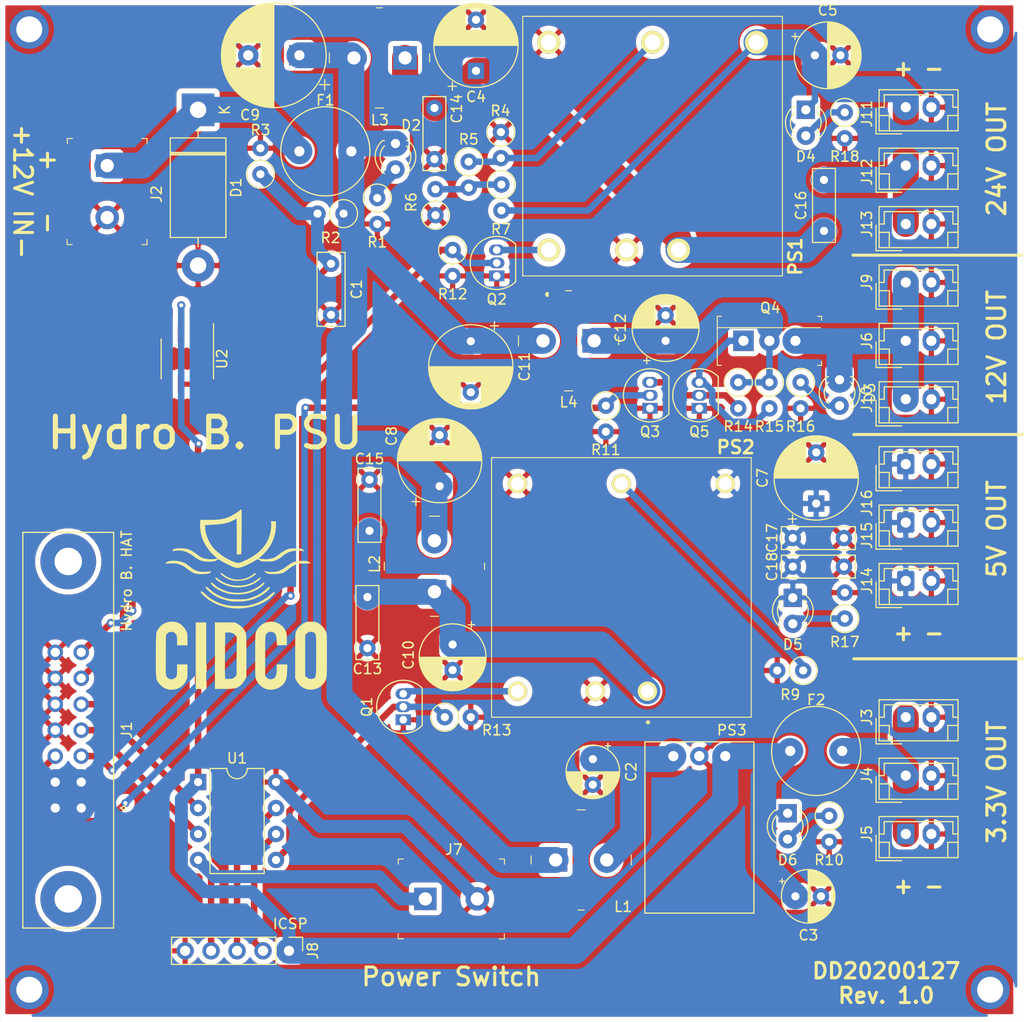
<source format=kicad_pcb>
(kicad_pcb (version 20171130) (host pcbnew "(5.1.5)-3")
  (layers (0 F.Cu signal) (31 B.Cu signal) (34 B.Paste user) (35 F.Paste user) (36 B.SilkS user) (37 F.SilkS user) (38 B.Mask user) (39 F.Mask user) (44 Edge.Cuts user))
  (net 0 "")
  (net 1 "Net-(D1-Pad1)")
  (net 2 GND)
  (net 3 read_sw)
  (net 4 "Net-(C12-Pad1)")
  (net 5 "Net-(Q4-Pad1)")
  (net 6 +12V)
  (net 7 12v_on)
  (net 8 24v_on)
  (net 9 "Net-(PS1-Pad1)")
  (net 10 5v_on)
  (net 11 "Net-(C10-Pad1)")
  (net 12 "Net-(C2-Pad1)")
  (net 13 +3V3)
  (net 14 "Net-(D2-Pad2)")
  (net 15 "Net-(D3-Pad2)")
  (net 16 "Net-(D4-Pad2)")
  (net 17 "Net-(D5-Pad2)")
  (net 18 "Net-(D6-Pad2)")
  (net 19 "Net-(R5-Pad2)")
  (net 20 "Net-(PS1-Pad5)")
  (net 21 "Net-(C1-Pad1)")
  (net 22 SCK)
  (net 23 SDA)
  (net 24 rpi_shutdown)
  (net 25 ICSPCLK)
  (net 26 rpi_pw_ok)
  (net 27 ICSPDAT)
  (net 28 "Net-(C14-Pad1)")
  (net 29 24VOUT)
  (net 30 5VOUT)
  (net 31 12VOUT)
  (net 32 3.3VOUT)
  (net 33 "Net-(PS2-Pad6)")
  (net 34 "Net-(Q3-Pad3)")
  (net 35 "Net-(PS2-Pad4)")
  (module Package_SO:SOIC-8_3.9x4.9mm_P1.27mm (layer F.Cu) (at 38.3166 55.1068 270)
    (fp_text reference U2 (at 0 -3.4 270) (layer F.SilkS))
    (fp_text value MCP3426-xSN)
    (pad 8 smd roundrect (at 2.475 -1.905 270) (size 1.95 0.6) (layers F.Cu F.Paste F.Mask) (net 2 GND))
    (pad 7 smd roundrect (at 2.475 -0.635 270) (size 1.95 0.6) (layers F.Cu F.Paste F.Mask) (net 2 GND))
    (pad 6 smd roundrect (at 2.475 0.635 270) (size 1.95 0.6) (layers F.Cu F.Paste F.Mask) (net 2 GND))
    (pad 5 smd roundrect (at 2.475 1.905 270) (size 1.95 0.6) (layers F.Cu F.Paste F.Mask) (net 22 SCK))
    (pad 4 smd roundrect (at -2.475 1.905 270) (size 1.95 0.6) (layers F.Cu F.Paste F.Mask) (net 23 SDA))
    (pad 3 smd roundrect (at -2.475 0.635 270) (size 1.95 0.6) (layers F.Cu F.Paste F.Mask) (net 13 +3V3))
    (pad 2 smd roundrect (at -2.475 -0.635 270) (size 1.95 0.6) (layers F.Cu F.Paste F.Mask) (net 2 GND))
    (pad 1 smd roundrect (at -2.475 -1.905 270) (size 1.95 0.6) (layers F.Cu F.Paste F.Mask) (net 21 "Net-(C1-Pad1)"))
  )
  (module Connector_PinHeader_2.54mm:PinHeader_1x05_P2.54mm_Vertical (layer F.Cu) (at 48.26 113.03 270)
    (fp_text reference J8 (at 0 -2.33 90) (layer F.SilkS))
    (fp_text value Conn_01x05)
    (pad 5 thru_hole oval (at 0 10.16 270) (size 1.7 1.7) (drill 1) (layers *.Cu *.Mask) (net 2 GND))
    (pad 4 thru_hole oval (at 0 7.62 270) (size 1.7 1.7) (drill 1) (layers *.Cu *.Mask) (net 3 read_sw))
    (pad 3 thru_hole oval (at 0 5.08 270) (size 1.7 1.7) (drill 1) (layers *.Cu *.Mask) (net 27 ICSPDAT))
    (pad 2 thru_hole oval (at 0 2.54 270) (size 1.7 1.7) (drill 1) (layers *.Cu *.Mask) (net 25 ICSPCLK))
    (pad 1 thru_hole rect (at 0 0 270) (size 1.7 1.7) (drill 1) (layers *.Cu *.Mask) (net 13 +3V3))
  )
  (module Resistor_THT:R_Axial_DIN0207_L6.3mm_D2.5mm_P2.54mm_Vertical (layer F.Cu) (at 68.9864 32.9184 270)
    (fp_text reference R4 (at -2.0828 0.0508 180) (layer F.SilkS))
    (fp_text value XX)
    (pad 2 thru_hole oval (at 2.54 0 270) (size 1.6 1.6) (drill 0.8) (layers *.Cu *.Mask) (net 20 "Net-(PS1-Pad5)"))
    (pad 1 thru_hole circle (at 0 0 270) (size 1.6 1.6) (drill 0.8) (layers *.Cu *.Mask) (net 2 GND))
  )
  (module SKMW30G-12:SKMW30G12 (layer F.Cu) (at 83.312 87.63)
    (fp_text reference PS2 (at 8.636 -23.876) (layer F.SilkS) (effects (font (size 1.27 1.27) (thickness 0.254))))
    (fp_text value SKMW30F-05 hide)
    (pad 6 thru_hole circle (at -12.7 0 90) (size 1.9 1.9) (drill 1.3) (layers *.Cu *.Mask F.SilkS) (net 33 "Net-(PS2-Pad6)"))
    (pad 5 thru_hole circle (at -12.7 -20.32 90) (size 1.9 1.9) (drill 1.3) (layers *.Cu *.Mask F.SilkS) (net 2 GND))
    (pad 4 thru_hole circle (at -2.54 -20.32 90) (size 1.9 1.9) (drill 1.3) (layers *.Cu *.Mask F.SilkS) (net 35 "Net-(PS2-Pad4)"))
    (pad 3 thru_hole circle (at 7.62 -20.32 90) (size 1.9 1.9) (drill 1.3) (layers *.Cu *.Mask F.SilkS) (net 30 5VOUT))
    (pad 2 thru_hole circle (at -5.08 0 90) (size 1.9 1.9) (drill 1.3) (layers *.Cu *.Mask F.SilkS) (net 2 GND))
    (pad 1 thru_hole circle (at 0 0 90) (size 1.9 1.9) (drill 1.3) (layers *.Cu *.Mask F.SilkS) (net 11 "Net-(C10-Pad1)"))
  )
  (module Resistor_THT:R_Axial_DIN0207_L6.3mm_D2.5mm_P2.54mm_Vertical (layer F.Cu) (at 102.616 30.988 270)
    (fp_text reference R18 (at 4.318 0 180) (layer F.SilkS))
    (fp_text value 3.9k)
    (pad 2 thru_hole oval (at 2.54 0 270) (size 1.6 1.6) (drill 0.8) (layers *.Cu *.Mask) (net 2 GND))
    (pad 1 thru_hole circle (at 0 0 270) (size 1.6 1.6) (drill 0.8) (layers *.Cu *.Mask) (net 16 "Net-(D4-Pad2)"))
  )
  (module Resistor_THT:R_Axial_DIN0207_L6.3mm_D2.5mm_P2.54mm_Vertical (layer F.Cu) (at 102.616 80.518 90)
    (fp_text reference R17 (at -2.286 0 180) (layer F.SilkS))
    (fp_text value 560)
    (pad 2 thru_hole oval (at 2.54 0 90) (size 1.6 1.6) (drill 0.8) (layers *.Cu *.Mask) (net 2 GND))
    (pad 1 thru_hole circle (at 0 0 90) (size 1.6 1.6) (drill 0.8) (layers *.Cu *.Mask) (net 17 "Net-(D5-Pad2)"))
  )
  (module Resistor_THT:R_Axial_DIN0207_L6.3mm_D2.5mm_P2.54mm_Vertical (layer F.Cu) (at 98.298 57.404 270)
    (fp_text reference R16 (at 4.318 0 180) (layer F.SilkS))
    (fp_text value 2k)
    (pad 2 thru_hole oval (at 2.54 0 270) (size 1.6 1.6) (drill 0.8) (layers *.Cu *.Mask) (net 2 GND))
    (pad 1 thru_hole circle (at 0 0 270) (size 1.6 1.6) (drill 0.8) (layers *.Cu *.Mask) (net 15 "Net-(D3-Pad2)"))
  )
  (module Resistor_THT:R_Axial_DIN0207_L6.3mm_D2.5mm_P2.54mm_Vertical (layer F.Cu) (at 95.25 57.404 270)
    (fp_text reference R15 (at 4.318 0 180) (layer F.SilkS))
    (fp_text value 10k)
    (pad 2 thru_hole oval (at 2.54 0 270) (size 1.6 1.6) (drill 0.8) (layers *.Cu *.Mask) (net 5 "Net-(Q4-Pad1)"))
    (pad 1 thru_hole circle (at 0 0 270) (size 1.6 1.6) (drill 0.8) (layers *.Cu *.Mask) (net 4 "Net-(C12-Pad1)"))
  )
  (module Resistor_THT:R_Axial_DIN0207_L6.3mm_D2.5mm_P2.54mm_Vertical (layer F.Cu) (at 92.202 57.404 270)
    (fp_text reference R14 (at 4.318 0 180) (layer F.SilkS))
    (fp_text value 10k)
    (pad 2 thru_hole oval (at 2.54 0 270) (size 1.6 1.6) (drill 0.8) (layers *.Cu *.Mask) (net 34 "Net-(Q3-Pad3)"))
    (pad 1 thru_hole circle (at 0 0 270) (size 1.6 1.6) (drill 0.8) (layers *.Cu *.Mask) (net 4 "Net-(C12-Pad1)"))
  )
  (module Resistor_THT:R_Axial_DIN0207_L6.3mm_D2.5mm_P2.54mm_Vertical (layer F.Cu) (at 63.5 90.17)
    (fp_text reference R13 (at 5.08 1.27) (layer F.SilkS))
    (fp_text value 1k)
    (pad 2 thru_hole oval (at 2.54 0) (size 1.6 1.6) (drill 0.8) (layers *.Cu *.Mask) (net 2 GND))
    (pad 1 thru_hole circle (at 0 0) (size 1.6 1.6) (drill 0.8) (layers *.Cu *.Mask) (net 10 5v_on))
  )
  (module Resistor_THT:R_Axial_DIN0207_L6.3mm_D2.5mm_P2.54mm_Vertical (layer F.Cu) (at 64.262 44.45 270)
    (fp_text reference R12 (at 4.318 0 180) (layer F.SilkS))
    (fp_text value 1k)
    (pad 2 thru_hole oval (at 2.54 0 270) (size 1.6 1.6) (drill 0.8) (layers *.Cu *.Mask) (net 2 GND))
    (pad 1 thru_hole circle (at 0 0 270) (size 1.6 1.6) (drill 0.8) (layers *.Cu *.Mask) (net 8 24v_on))
  )
  (module Resistor_THT:R_Axial_DIN0207_L6.3mm_D2.5mm_P2.54mm_Vertical (layer F.Cu) (at 79.248 59.69 270)
    (fp_text reference R11 (at 4.318 0 180) (layer F.SilkS))
    (fp_text value 1k)
    (pad 2 thru_hole oval (at 2.54 0 270) (size 1.6 1.6) (drill 0.8) (layers *.Cu *.Mask) (net 2 GND))
    (pad 1 thru_hole circle (at 0 0 270) (size 1.6 1.6) (drill 0.8) (layers *.Cu *.Mask) (net 7 12v_on))
  )
  (module Resistor_THT:R_Axial_DIN0207_L6.3mm_D2.5mm_P2.54mm_Vertical (layer F.Cu) (at 101.092 99.822 270)
    (fp_text reference R10 (at 4.318 0 180) (layer F.SilkS))
    (fp_text value 220)
    (pad 2 thru_hole oval (at 2.54 0 270) (size 1.6 1.6) (drill 0.8) (layers *.Cu *.Mask) (net 2 GND))
    (pad 1 thru_hole circle (at 0 0 270) (size 1.6 1.6) (drill 0.8) (layers *.Cu *.Mask) (net 18 "Net-(D6-Pad2)"))
  )
  (module Resistor_THT:R_Axial_DIN0207_L6.3mm_D2.5mm_P2.54mm_Vertical (layer F.Cu) (at 98.552 85.598 180)
    (fp_text reference R9 (at 1.27 -2.37) (layer F.SilkS))
    (fp_text value xx)
    (pad 2 thru_hole oval (at 2.54 0 180) (size 1.6 1.6) (drill 0.8) (layers *.Cu *.Mask) (net 2 GND))
    (pad 1 thru_hole circle (at 0 0 180) (size 1.6 1.6) (drill 0.8) (layers *.Cu *.Mask) (net 35 "Net-(PS2-Pad4)"))
  )
  (module Resistor_THT:R_Axial_DIN0207_L6.3mm_D2.5mm_P2.54mm_Vertical (layer F.Cu) (at 69.0372 38.0492 270)
    (fp_text reference R7 (at 4.3688 0.0508 180) (layer F.SilkS))
    (fp_text value 24.872K)
    (pad 2 thru_hole oval (at 2.54 0 270) (size 1.6 1.6) (drill 0.8) (layers *.Cu *.Mask) (net 29 24VOUT))
    (pad 1 thru_hole circle (at 0 0 270) (size 1.6 1.6) (drill 0.8) (layers *.Cu *.Mask) (net 19 "Net-(R5-Pad2)"))
  )
  (module Resistor_THT:R_Axial_DIN0207_L6.3mm_D2.5mm_P2.54mm_Vertical (layer F.Cu) (at 62.5856 41.0464 90)
    (fp_text reference R6 (at 1.27 -2.37 90) (layer F.SilkS))
    (fp_text value 2.87K)
    (pad 2 thru_hole oval (at 2.54 0 90) (size 1.6 1.6) (drill 0.8) (layers *.Cu *.Mask) (net 19 "Net-(R5-Pad2)"))
    (pad 1 thru_hole circle (at 0 0 90) (size 1.6 1.6) (drill 0.8) (layers *.Cu *.Mask) (net 2 GND))
  )
  (module Resistor_THT:R_Axial_DIN0207_L6.3mm_D2.5mm_P2.54mm_Vertical (layer F.Cu) (at 65.8368 35.814 270)
    (fp_text reference R5 (at -2.1844 0 180) (layer F.SilkS))
    (fp_text value 20K)
    (pad 2 thru_hole oval (at 2.54 0 270) (size 1.6 1.6) (drill 0.8) (layers *.Cu *.Mask) (net 19 "Net-(R5-Pad2)"))
    (pad 1 thru_hole circle (at 0 0 270) (size 1.6 1.6) (drill 0.8) (layers *.Cu *.Mask) (net 20 "Net-(PS1-Pad5)"))
  )
  (module Resistor_THT:R_Axial_DIN0207_L6.3mm_D2.5mm_P2.54mm_Vertical (layer F.Cu) (at 45.466 37.0332 90)
    (fp_text reference R3 (at 4.318 0 180) (layer F.SilkS))
    (fp_text value "1.27k 0.1%")
    (pad 2 thru_hole oval (at 2.54 0 90) (size 1.6 1.6) (drill 0.8) (layers *.Cu *.Mask) (net 2 GND))
    (pad 1 thru_hole circle (at 0 0 90) (size 1.6 1.6) (drill 0.8) (layers *.Cu *.Mask) (net 21 "Net-(C1-Pad1)"))
  )
  (module Resistor_THT:R_Axial_DIN0207_L6.3mm_D2.5mm_P2.54mm_Vertical (layer F.Cu) (at 53.594 40.894 180)
    (fp_text reference R2 (at 1.27 -2.37) (layer F.SilkS))
    (fp_text value "7.87k 0.1%")
    (pad 2 thru_hole oval (at 2.54 0 180) (size 1.6 1.6) (drill 0.8) (layers *.Cu *.Mask) (net 21 "Net-(C1-Pad1)"))
    (pad 1 thru_hole circle (at 0 0 180) (size 1.6 1.6) (drill 0.8) (layers *.Cu *.Mask) (net 6 +12V))
  )
  (module Resistor_THT:R_Axial_DIN0207_L6.3mm_D2.5mm_P2.54mm_Vertical (layer F.Cu) (at 56.896 39.37 270)
    (fp_text reference R1 (at 4.318 0 180) (layer F.SilkS))
    (fp_text value 10k)
    (pad 2 thru_hole oval (at 2.54 0 270) (size 1.6 1.6) (drill 0.8) (layers *.Cu *.Mask) (net 2 GND))
    (pad 1 thru_hole circle (at 0 0 270) (size 1.6 1.6) (drill 0.8) (layers *.Cu *.Mask) (net 14 "Net-(D2-Pad2)"))
  )
  (module Package_TO_SOT_THT:TO-92_Inline (layer F.Cu) (at 88.392 59.944 90)
    (fp_text reference Q5 (at -2.286 0 180) (layer F.SilkS))
    (fp_text value 2N7000)
    (pad 1 thru_hole rect (at 0 0 90) (size 1.05 1.5) (drill 0.75) (layers *.Cu *.Mask) (net 2 GND))
    (pad 3 thru_hole oval (at 2.54 0 90) (size 1.05 1.5) (drill 0.75) (layers *.Cu *.Mask) (net 5 "Net-(Q4-Pad1)"))
    (pad 2 thru_hole oval (at 1.27 0 90) (size 1.05 1.5) (drill 0.75) (layers *.Cu *.Mask) (net 34 "Net-(Q3-Pad3)"))
  )
  (module Package_TO_SOT_THT:TO-92_Inline (layer F.Cu) (at 83.566 59.944 90)
    (fp_text reference Q3 (at -2.286 0 180) (layer F.SilkS))
    (fp_text value 2N7000)
    (pad 1 thru_hole rect (at 0 0 90) (size 1.05 1.5) (drill 0.75) (layers *.Cu *.Mask) (net 2 GND))
    (pad 3 thru_hole oval (at 2.54 0 90) (size 1.05 1.5) (drill 0.75) (layers *.Cu *.Mask) (net 34 "Net-(Q3-Pad3)"))
    (pad 2 thru_hole oval (at 1.27 0 90) (size 1.05 1.5) (drill 0.75) (layers *.Cu *.Mask) (net 7 12v_on))
  )
  (module Package_TO_SOT_THT:TO-92_Inline (layer F.Cu) (at 68.58 46.99 90)
    (fp_text reference Q2 (at -2.286 0 180) (layer F.SilkS))
    (fp_text value 2N7000)
    (pad 1 thru_hole rect (at 0 0 90) (size 1.05 1.5) (drill 0.75) (layers *.Cu *.Mask) (net 2 GND))
    (pad 3 thru_hole oval (at 2.54 0 90) (size 1.05 1.5) (drill 0.75) (layers *.Cu *.Mask) (net 9 "Net-(PS1-Pad1)"))
    (pad 2 thru_hole oval (at 1.27 0 90) (size 1.05 1.5) (drill 0.75) (layers *.Cu *.Mask) (net 8 24v_on))
  )
  (module Package_TO_SOT_THT:TO-92_Inline (layer F.Cu) (at 59.436 90.424 90)
    (fp_text reference Q1 (at 1.27 -3.56 90) (layer F.SilkS))
    (fp_text value 2N7000)
    (pad 1 thru_hole rect (at 0 0 90) (size 1.05 1.5) (drill 0.75) (layers *.Cu *.Mask) (net 2 GND))
    (pad 3 thru_hole oval (at 2.54 0 90) (size 1.05 1.5) (drill 0.75) (layers *.Cu *.Mask) (net 33 "Net-(PS2-Pad6)"))
    (pad 2 thru_hole oval (at 1.27 0 90) (size 1.05 1.5) (drill 0.75) (layers *.Cu *.Mask) (net 10 5v_on))
  )
  (module Fuse:Fuse_Littelfuse_372_D8.50mm (layer F.Cu) (at 97.282 93.472)
    (fp_text reference F2 (at 2.54 -5) (layer F.SilkS))
    (fp_text value 3413_0328_22)
    (pad 2 thru_hole circle (at 5.08 0) (size 2 2) (drill 1) (layers *.Cu *.Mask) (net 32 3.3VOUT))
    (pad 1 thru_hole circle (at 0 0) (size 2 2) (drill 1) (layers *.Cu *.Mask) (net 13 +3V3))
  )
  (module Fuse:Fuse_Littelfuse_372_D8.50mm (layer F.Cu) (at 49.276 34.798)
    (fp_text reference F1 (at 2.54 -5) (layer F.SilkS))
    (fp_text value 3413_0328_22)
    (pad 2 thru_hole circle (at 5.08 0) (size 2 2) (drill 1) (layers *.Cu *.Mask) (net 6 +12V))
    (pad 1 thru_hole circle (at 0 0) (size 2 2) (drill 1) (layers *.Cu *.Mask) (net 1 "Net-(D1-Pad1)"))
  )
  (module LED_THT:LED_D3.0mm_Clear (layer F.Cu) (at 97.028 99.568 270)
    (fp_text reference D6 (at 4.572 0 180) (layer F.SilkS))
    (fp_text value LTST-C171KRKT)
    (pad 2 thru_hole circle (at 2.54 0 270) (size 1.8 1.8) (drill 0.9) (layers *.Cu *.Mask) (net 18 "Net-(D6-Pad2)"))
    (pad 1 thru_hole rect (at 0 0 270) (size 1.8 1.8) (drill 0.9) (layers *.Cu *.Mask) (net 13 +3V3))
  )
  (module LED_THT:LED_D3.0mm_Clear (layer F.Cu) (at 97.536 78.486 270)
    (fp_text reference D5 (at 4.572 0 180) (layer F.SilkS))
    (fp_text value LTST-C171KRKT)
    (pad 2 thru_hole circle (at 2.54 0 270) (size 1.8 1.8) (drill 0.9) (layers *.Cu *.Mask) (net 17 "Net-(D5-Pad2)"))
    (pad 1 thru_hole rect (at 0 0 270) (size 1.8 1.8) (drill 0.9) (layers *.Cu *.Mask) (net 30 5VOUT))
  )
  (module LED_THT:LED_D3.0mm_Clear (layer F.Cu) (at 98.806 30.734 270)
    (fp_text reference D4 (at 4.572 0 180) (layer F.SilkS))
    (fp_text value LTST-C171KRKT)
    (pad 2 thru_hole circle (at 2.54 0 270) (size 1.8 1.8) (drill 0.9) (layers *.Cu *.Mask) (net 16 "Net-(D4-Pad2)"))
    (pad 1 thru_hole rect (at 0 0 270) (size 1.8 1.8) (drill 0.9) (layers *.Cu *.Mask) (net 29 24VOUT))
  )
  (module LED_THT:LED_D3.0mm_Clear (layer F.Cu) (at 102.108 57.15 270)
    (fp_text reference D3 (at 1.27 -2.96 90) (layer F.SilkS))
    (fp_text value LTST-C171KRKT)
    (pad 2 thru_hole circle (at 2.54 0 270) (size 1.8 1.8) (drill 0.9) (layers *.Cu *.Mask) (net 15 "Net-(D3-Pad2)"))
    (pad 1 thru_hole rect (at 0 0 270) (size 1.8 1.8) (drill 0.9) (layers *.Cu *.Mask) (net 31 12VOUT))
  )
  (module LED_THT:LED_D3.0mm_Clear (layer F.Cu) (at 58.674 34.036 270)
    (fp_text reference D2 (at -1.778 -1.524 180) (layer F.SilkS))
    (fp_text value LTST-C171KRKT)
    (pad 2 thru_hole circle (at 2.54 0 270) (size 1.8 1.8) (drill 0.9) (layers *.Cu *.Mask) (net 14 "Net-(D2-Pad2)"))
    (pad 1 thru_hole rect (at 0 0 270) (size 1.8 1.8) (drill 0.9) (layers *.Cu *.Mask) (net 6 +12V))
  )
  (module Capacitor_THT:C_Rect_L7.0mm_W2.0mm_P5.00mm (layer F.Cu) (at 97.536 75.438)
    (fp_text reference C18 (at -2.032 0 90) (layer F.SilkS))
    (fp_text value 0.1UF)
    (pad 2 thru_hole circle (at 5 0) (size 1.6 1.6) (drill 0.8) (layers *.Cu *.Mask) (net 2 GND))
    (pad 1 thru_hole circle (at 0 0) (size 1.6 1.6) (drill 0.8) (layers *.Cu *.Mask) (net 30 5VOUT))
  )
  (module Capacitor_THT:C_Rect_L7.0mm_W2.0mm_P5.00mm (layer F.Cu) (at 97.536 72.644)
    (fp_text reference C17 (at -2.032 0 90) (layer F.SilkS))
    (fp_text value 10UF)
    (pad 2 thru_hole circle (at 5 0) (size 1.6 1.6) (drill 0.8) (layers *.Cu *.Mask) (net 2 GND))
    (pad 1 thru_hole circle (at 0 0) (size 1.6 1.6) (drill 0.8) (layers *.Cu *.Mask) (net 30 5VOUT))
  )
  (module Capacitor_THT:C_Rect_L7.0mm_W2.0mm_P5.00mm (layer F.Cu) (at 100.584 42.592 90)
    (fp_text reference C16 (at 2.5 -2.25 90) (layer F.SilkS))
    (fp_text value "1NF 2KV")
    (pad 2 thru_hole circle (at 5 0 90) (size 1.6 1.6) (drill 0.8) (layers *.Cu *.Mask) (net 29 24VOUT))
    (pad 1 thru_hole circle (at 0 0 90) (size 1.6 1.6) (drill 0.8) (layers *.Cu *.Mask) (net 28 "Net-(C14-Pad1)"))
  )
  (module Capacitor_THT:C_Rect_L7.0mm_W2.0mm_P5.00mm (layer F.Cu) (at 56.134 71.9328 90)
    (fp_text reference C15 (at 7.032 0 180) (layer F.SilkS))
    (fp_text value 0.1UF)
    (pad 2 thru_hole circle (at 5 0 90) (size 1.6 1.6) (drill 0.8) (layers *.Cu *.Mask) (net 2 GND))
    (pad 1 thru_hole circle (at 0 0 90) (size 1.6 1.6) (drill 0.8) (layers *.Cu *.Mask) (net 11 "Net-(C10-Pad1)"))
  )
  (module Capacitor_THT:C_Rect_L7.0mm_W2.0mm_P5.00mm (layer F.Cu) (at 62.484 30.56 270)
    (fp_text reference C14 (at 0.0724 -2.1844 90) (layer F.SilkS))
    (fp_text value "4.7UF 50V")
    (pad 2 thru_hole circle (at 5 0 270) (size 1.6 1.6) (drill 0.8) (layers *.Cu *.Mask) (net 2 GND))
    (pad 1 thru_hole circle (at 0 0 270) (size 1.6 1.6) (drill 0.8) (layers *.Cu *.Mask) (net 28 "Net-(C14-Pad1)"))
  )
  (module Capacitor_THT:C_Rect_L7.0mm_W2.0mm_P5.00mm (layer F.Cu) (at 55.9308 78.4136 270)
    (fp_text reference C13 (at 7.032 0 180) (layer F.SilkS))
    (fp_text value 10UF)
    (pad 2 thru_hole circle (at 5 0 270) (size 1.6 1.6) (drill 0.8) (layers *.Cu *.Mask) (net 2 GND))
    (pad 1 thru_hole circle (at 0 0 270) (size 1.6 1.6) (drill 0.8) (layers *.Cu *.Mask) (net 11 "Net-(C10-Pad1)"))
  )
  (module Capacitor_THT:C_Rect_L7.0mm_W2.5mm_P5.00mm (layer F.Cu) (at 52.3748 45.8 270)
    (fp_text reference C1 (at 2.5 -2.5 90) (layer F.SilkS))
    (fp_text value 0.1u)
    (pad 2 thru_hole circle (at 5 0 270) (size 1.6 1.6) (drill 0.8) (layers *.Cu *.Mask) (net 2 GND))
    (pad 1 thru_hole circle (at 0 0 270) (size 1.6 1.6) (drill 0.8) (layers *.Cu *.Mask) (net 21 "Net-(C1-Pad1)"))
  )
  (module "cidco:logo cidco" (layer F.Cu) (at 43.815 78.3082)
    (fp_text reference G*** hide)
    (fp_text value LOGO hide)
  )
  (module Connector_JST:JST_EH_B2B-EH-A_1x02_P2.50mm_Vertical (layer F.Cu) (at 108.585 65.405)
    (fp_text reference J16 (at -3.81 3.81 90) (layer F.SilkS))
    (fp_text value Conn_01x02)
    (pad 2 thru_hole oval (at 2.5 0) (size 1.7 2) (drill 1) (layers *.Cu *.Mask) (net 2 GND))
    (pad 1 thru_hole roundrect (at 0 0) (size 1.7 2) (drill 1) (layers *.Cu *.Mask) (roundrect_rratio 0.147059) (net 30 5VOUT))
  )
  (module Connector_JST:JST_EH_B2B-EH-A_1x02_P2.50mm_Vertical (layer F.Cu) (at 108.585 71.12)
    (fp_text reference J15 (at -3.81 1.27 90) (layer F.SilkS))
    (fp_text value Conn_01x02)
    (pad 2 thru_hole oval (at 2.5 0) (size 1.7 2) (drill 1) (layers *.Cu *.Mask) (net 2 GND))
    (pad 1 thru_hole roundrect (at 0 0) (size 1.7 2) (drill 1) (layers *.Cu *.Mask) (roundrect_rratio 0.147059) (net 30 5VOUT))
  )
  (module Connector_JST:JST_EH_B2B-EH-A_1x02_P2.50mm_Vertical (layer F.Cu) (at 108.585 76.835)
    (fp_text reference J14 (at -3.81 0 90) (layer F.SilkS))
    (fp_text value Conn_01x02)
    (pad 2 thru_hole oval (at 2.5 0) (size 1.7 2) (drill 1) (layers *.Cu *.Mask) (net 2 GND))
    (pad 1 thru_hole roundrect (at 0 0) (size 1.7 2) (drill 1) (layers *.Cu *.Mask) (roundrect_rratio 0.147059) (net 30 5VOUT))
  )
  (module Connector_JST:JST_EH_B2B-EH-A_1x02_P2.50mm_Vertical (layer F.Cu) (at 108.585 41.91)
    (fp_text reference J13 (at -3.81 0 90) (layer F.SilkS))
    (fp_text value Conn_01x02)
    (pad 2 thru_hole oval (at 2.5 0) (size 1.7 2) (drill 1) (layers *.Cu *.Mask) (net 2 GND))
    (pad 1 thru_hole roundrect (at 0 0) (size 1.7 2) (drill 1) (layers *.Cu *.Mask) (roundrect_rratio 0.147059) (net 29 24VOUT))
  )
  (module Connector_JST:JST_EH_B2B-EH-A_1x02_P2.50mm_Vertical (layer F.Cu) (at 108.585 36.195)
    (fp_text reference J12 (at -3.81 0.635 90) (layer F.SilkS))
    (fp_text value Conn_01x02)
    (pad 2 thru_hole oval (at 2.5 0) (size 1.7 2) (drill 1) (layers *.Cu *.Mask) (net 2 GND))
    (pad 1 thru_hole roundrect (at 0 0) (size 1.7 2) (drill 1) (layers *.Cu *.Mask) (roundrect_rratio 0.147059) (net 29 24VOUT))
  )
  (module Connector_JST:JST_EH_B2B-EH-A_1x02_P2.50mm_Vertical (layer F.Cu) (at 108.585 30.48)
    (fp_text reference J11 (at -3.81 0.635 90) (layer F.SilkS))
    (fp_text value Conn_01x02)
    (pad 2 thru_hole oval (at 2.5 0) (size 1.7 2) (drill 1) (layers *.Cu *.Mask) (net 2 GND))
    (pad 1 thru_hole roundrect (at 0 0) (size 1.7 2) (drill 1) (layers *.Cu *.Mask) (roundrect_rratio 0.147059) (net 29 24VOUT))
  )
  (module Connector_JST:JST_EH_B2B-EH-A_1x02_P2.50mm_Vertical (layer F.Cu) (at 108.585 59.055)
    (fp_text reference J10 (at -3.81 0 90) (layer F.SilkS))
    (fp_text value Conn_01x02)
    (pad 2 thru_hole oval (at 2.5 0) (size 1.7 2) (drill 1) (layers *.Cu *.Mask) (net 2 GND))
    (pad 1 thru_hole roundrect (at 0 0) (size 1.7 2) (drill 1) (layers *.Cu *.Mask) (roundrect_rratio 0.147059) (net 31 12VOUT))
  )
  (module Connector_JST:JST_EH_B2B-EH-A_1x02_P2.50mm_Vertical (layer F.Cu) (at 108.585 47.625)
    (fp_text reference J9 (at -3.81 0 90) (layer F.SilkS))
    (fp_text value Conn_01x02)
    (pad 2 thru_hole oval (at 2.5 0) (size 1.7 2) (drill 1) (layers *.Cu *.Mask) (net 2 GND))
    (pad 1 thru_hole roundrect (at 0 0) (size 1.7 2) (drill 1) (layers *.Cu *.Mask) (roundrect_rratio 0.147059) (net 31 12VOUT))
  )
  (module Connector_JST:JST_EH_B2B-EH-A_1x02_P2.50mm_Vertical (layer F.Cu) (at 108.585 53.34)
    (fp_text reference J6 (at -3.81 0 90) (layer F.SilkS))
    (fp_text value Conn_01x02)
    (pad 2 thru_hole oval (at 2.5 0) (size 1.7 2) (drill 1) (layers *.Cu *.Mask) (net 2 GND))
    (pad 1 thru_hole roundrect (at 0 0) (size 1.7 2) (drill 1) (layers *.Cu *.Mask) (roundrect_rratio 0.147059) (net 31 12VOUT))
  )
  (module Connector_JST:JST_EH_B2B-EH-A_1x02_P2.50mm_Vertical (layer F.Cu) (at 108.585 101.6)
    (fp_text reference J5 (at -3.81 0 90) (layer F.SilkS))
    (fp_text value Conn_01x02)
    (pad 2 thru_hole oval (at 2.5 0) (size 1.7 2) (drill 1) (layers *.Cu *.Mask) (net 2 GND))
    (pad 1 thru_hole roundrect (at 0 0) (size 1.7 2) (drill 1) (layers *.Cu *.Mask) (roundrect_rratio 0.147059) (net 32 3.3VOUT))
  )
  (module Connector_JST:JST_EH_B2B-EH-A_1x02_P2.50mm_Vertical (layer F.Cu) (at 108.585 95.885)
    (fp_text reference J4 (at -3.81 0 90) (layer F.SilkS))
    (fp_text value Conn_01x02)
    (pad 2 thru_hole oval (at 2.5 0) (size 1.7 2) (drill 1) (layers *.Cu *.Mask) (net 2 GND))
    (pad 1 thru_hole roundrect (at 0 0) (size 1.7 2) (drill 1) (layers *.Cu *.Mask) (roundrect_rratio 0.147059) (net 32 3.3VOUT))
  )
  (module Connector_JST:JST_EH_B2B-EH-A_1x02_P2.50mm_Vertical (layer F.Cu) (at 108.585 90.17)
    (fp_text reference J3 (at -3.81 0 90) (layer F.SilkS))
    (fp_text value Conn_01x02)
    (pad 2 thru_hole oval (at 2.5 0) (size 1.7 2) (drill 1) (layers *.Cu *.Mask) (net 2 GND))
    (pad 1 thru_hole roundrect (at 0 0) (size 1.7 2) (drill 1) (layers *.Cu *.Mask) (roundrect_rratio 0.147059) (net 32 3.3VOUT))
  )
  (module Capacitor_THT:CP_Radial_D6.3mm_P2.50mm (layer F.Cu) (at 85.09 53.34 90)
    (fp_text reference C12 (at 1.25 -4.4 90) (layer F.SilkS))
    (fp_text value "47UF 50V")
    (pad 2 thru_hole circle (at 2.5 0 90) (size 1.6 1.6) (drill 0.8) (layers *.Cu *.Mask) (net 2 GND))
    (pad 1 thru_hole rect (at 0 0 90) (size 1.6 1.6) (drill 0.8) (layers *.Cu *.Mask) (net 4 "Net-(C12-Pad1)"))
  )
  (module Capacitor_THT:CP_Radial_D8.0mm_P5.00mm (layer F.Cu) (at 66.04 53.38 270)
    (fp_text reference C11 (at 2.5 -5.25 90) (layer F.SilkS))
    (fp_text value "100UF 50V")
    (pad 2 thru_hole circle (at 5 0 270) (size 1.6 1.6) (drill 0.8) (layers *.Cu *.Mask) (net 2 GND))
    (pad 1 thru_hole rect (at 0 0 270) (size 1.6 1.6) (drill 0.8) (layers *.Cu *.Mask) (net 6 +12V))
  )
  (module Capacitor_THT:CP_Radial_D6.3mm_P2.50mm (layer F.Cu) (at 64.262 83.058 270)
    (fp_text reference C10 (at 1.016 4.318 90) (layer F.SilkS))
    (fp_text value "47UF 35V")
    (pad 2 thru_hole circle (at 2.5 0 270) (size 1.6 1.6) (drill 0.8) (layers *.Cu *.Mask) (net 2 GND))
    (pad 1 thru_hole rect (at 0 0 270) (size 1.6 1.6) (drill 0.8) (layers *.Cu *.Mask) (net 11 "Net-(C10-Pad1)"))
  )
  (module Capacitor_THT:CP_Radial_D10.0mm_P5.00mm (layer F.Cu) (at 49.276 25.4 180)
    (fp_text reference C9 (at 4.826 -5.842) (layer F.SilkS))
    (fp_text value "330UF 50V")
    (pad 2 thru_hole circle (at 5 0 180) (size 2 2) (drill 1) (layers *.Cu *.Mask) (net 2 GND))
    (pad 1 thru_hole rect (at 0 0 180) (size 2 2) (drill 1) (layers *.Cu *.Mask) (net 6 +12V))
  )
  (module Capacitor_THT:CP_Radial_D8.0mm_P5.00mm (layer F.Cu) (at 62.992 67.564 90)
    (fp_text reference C8 (at 4.9022 -4.699 90) (layer F.SilkS))
    (fp_text value "100UF 35V")
    (pad 2 thru_hole circle (at 5 0 90) (size 1.6 1.6) (drill 0.8) (layers *.Cu *.Mask) (net 2 GND))
    (pad 1 thru_hole rect (at 0 0 90) (size 1.6 1.6) (drill 0.8) (layers *.Cu *.Mask) (net 6 +12V))
  )
  (module Capacitor_THT:CP_Radial_D8.0mm_P5.00mm (layer F.Cu) (at 99.822 69.262 90)
    (fp_text reference C7 (at 2.5 -5.25 90) (layer F.SilkS))
    (fp_text value "330uf 16v")
    (pad 2 thru_hole circle (at 5 0 90) (size 1.6 1.6) (drill 0.8) (layers *.Cu *.Mask) (net 2 GND))
    (pad 1 thru_hole rect (at 0 0 90) (size 1.6 1.6) (drill 0.8) (layers *.Cu *.Mask) (net 30 5VOUT))
  )
  (module Capacitor_THT:CP_Radial_D6.3mm_P2.50mm (layer F.Cu) (at 99.695 25.4)
    (fp_text reference C5 (at 1.25 -4.4) (layer F.SilkS))
    (fp_text value "47UF 50V")
    (pad 2 thru_hole circle (at 2.5 0) (size 1.6 1.6) (drill 0.8) (layers *.Cu *.Mask) (net 2 GND))
    (pad 1 thru_hole rect (at 0 0) (size 1.6 1.6) (drill 0.8) (layers *.Cu *.Mask) (net 29 24VOUT))
  )
  (module Capacitor_THT:CP_Radial_D8.0mm_P5.00mm (layer F.Cu) (at 66.548 26.924 90)
    (fp_text reference C4 (at -2.54 0 180) (layer F.SilkS))
    (fp_text value "100UF 50V")
    (pad 2 thru_hole circle (at 5 0 90) (size 1.6 1.6) (drill 0.8) (layers *.Cu *.Mask) (net 2 GND))
    (pad 1 thru_hole rect (at 0 0 90) (size 1.6 1.6) (drill 0.8) (layers *.Cu *.Mask) (net 28 "Net-(C14-Pad1)"))
  )
  (module Capacitor_THT:CP_Radial_D5.0mm_P2.50mm (layer F.Cu) (at 97.79 107.696)
    (fp_text reference C3 (at 1.27 3.81) (layer F.SilkS))
    (fp_text value "10u 10v")
    (pad 2 thru_hole circle (at 2.5 0) (size 1.6 1.6) (drill 0.8) (layers *.Cu *.Mask) (net 2 GND))
    (pad 1 thru_hole rect (at 0 0) (size 1.6 1.6) (drill 0.8) (layers *.Cu *.Mask) (net 13 +3V3))
  )
  (module Capacitor_THT:CP_Radial_D5.0mm_P2.50mm (layer F.Cu) (at 77.978 94.274 270)
    (fp_text reference C2 (at 1.25 -3.75 90) (layer F.SilkS))
    (fp_text value "10u 35v")
    (pad 2 thru_hole circle (at 2.5 0 270) (size 1.6 1.6) (drill 0.8) (layers *.Cu *.Mask) (net 2 GND))
    (pad 1 thru_hole rect (at 0 0 270) (size 1.6 1.6) (drill 0.8) (layers *.Cu *.Mask) (net 12 "Net-(C2-Pad1)"))
  )
  (module Converter_DCDC:Converter_DCDC_muRata_OKI-78SR_Horizontal (layer F.Cu) (at 85.852 93.98)
    (fp_text reference PS3 (at 5.715 -2.54 180) (layer F.SilkS))
    (fp_text value OKI-78SR-3.3_1.5-W36H-C)
    (pad 1 thru_hole rect (at 0 0 180) (size 1.8 1.8) (drill 1) (layers *.Cu *.Mask) (net 12 "Net-(C2-Pad1)"))
    (pad 2 thru_hole circle (at 2.54 0 180) (size 1.8 1.8) (drill 1) (layers *.Cu *.Mask) (net 2 GND))
    (pad 3 thru_hole circle (at 5.08 0 180) (size 1.8 1.8) (drill 1) (layers *.Cu *.Mask) (net 13 +3V3))
  )
  (module digikey-footprints:Inductor_13R106C (layer F.Cu) (at 76.835 104.14)
    (fp_text reference L1 (at 4.104 4.572) (layer F.SilkS))
    (fp_text value 1uh)
    (pad 2 thru_hole circle (at 2.5 0) (size 2.3 2.3) (drill 1.3) (layers *.Cu *.Mask) (net 12 "Net-(C2-Pad1)"))
    (pad 1 thru_hole rect (at -2.5 0) (size 2.3 2.3) (drill 1.3) (layers *.Cu *.Mask) (net 6 +12V))
  )
  (module PDQE15Q24S5D (layer F.Cu) (at 73.66 44.45 90)
    (fp_text reference PS1 (at -0.635 24.13 90) (layer F.SilkS) (effects (font (size 1.27 1.27) (thickness 0.254))))
    (fp_text value PDQE20-Q24-S5-D hide)
    (pad 1 thru_hole circle (at 0 0 180) (size 2.25 2.25) (drill 1.5) (layers *.Cu *.Mask F.SilkS) (net 9 "Net-(PS1-Pad1)"))
    (pad 2 thru_hole circle (at 0 7.62 180) (size 2.25 2.25) (drill 1.5) (layers *.Cu *.Mask F.SilkS) (net 2 GND))
    (pad 3 thru_hole circle (at 0 12.7 180) (size 2.25 2.25) (drill 1.5) (layers *.Cu *.Mask F.SilkS) (net 28 "Net-(C14-Pad1)"))
    (pad 4 thru_hole circle (at 20.32 20.32 180) (size 2.25 2.25) (drill 1.5) (layers *.Cu *.Mask F.SilkS) (net 29 24VOUT))
    (pad 5 thru_hole circle (at 20.32 10.16 180) (size 2.25 2.25) (drill 1.5) (layers *.Cu *.Mask F.SilkS) (net 20 "Net-(PS1-Pad5)"))
    (pad 6 thru_hole circle (at 20.32 0 180) (size 2.25 2.25) (drill 1.5) (layers *.Cu *.Mask F.SilkS) (net 2 GND))
  )
  (module Connector_IDC:IDC-Header_2x07_P2.54mm_Vertical_Lock (layer F.Cu) (at 27.94 99.06 180)
    (fp_text reference J1 (at -4.445 7.62 90) (layer F.SilkS))
    (fp_text value Conn_02x07_Odd_Even)
    (pad "" thru_hole circle (at 1.27 -8.89 90) (size 5.46 5.46) (drill 2.69) (layers *.Cu *.Mask))
    (pad "" thru_hole circle (at 1.27 24.13 90) (size 5.46 5.46) (drill 2.69) (layers *.Cu *.Mask))
    (pad 1 thru_hole rect (at 0 0 90) (size 1.52 1.52) (drill 0.91) (layers *.Cu *.Mask) (net 30 5VOUT))
    (pad 2 thru_hole circle (at 2.54 0 90) (size 1.52 1.52) (drill 0.91) (layers *.Cu *.Mask) (net 30 5VOUT))
    (pad 3 thru_hole circle (at 0 2.54 90) (size 1.52 1.52) (drill 0.91) (layers *.Cu *.Mask) (net 30 5VOUT))
    (pad 4 thru_hole circle (at 2.54 2.54 90) (size 1.52 1.52) (drill 0.91) (layers *.Cu *.Mask) (net 30 5VOUT))
    (pad 5 thru_hole circle (at 0 5.08 90) (size 1.52 1.52) (drill 0.91) (layers *.Cu *.Mask) (net 8 24v_on))
    (pad 6 thru_hole circle (at 2.54 5.08 90) (size 1.52 1.52) (drill 0.91) (layers *.Cu *.Mask) (net 7 12v_on))
    (pad 7 thru_hole circle (at 0 7.62 90) (size 1.52 1.52) (drill 0.91) (layers *.Cu *.Mask) (net 26 rpi_pw_ok))
    (pad 8 thru_hole circle (at 2.54 7.62 90) (size 1.52 1.52) (drill 0.91) (layers *.Cu *.Mask) (net 2 GND))
    (pad 9 thru_hole circle (at 0 10.16 90) (size 1.52 1.52) (drill 0.91) (layers *.Cu *.Mask) (net 24 rpi_shutdown))
    (pad 10 thru_hole circle (at 2.54 10.16 90) (size 1.52 1.52) (drill 0.91) (layers *.Cu *.Mask) (net 2 GND))
    (pad 11 thru_hole circle (at 0 12.7 90) (size 1.52 1.52) (drill 0.91) (layers *.Cu *.Mask) (net 23 SDA))
    (pad 12 thru_hole circle (at 2.54 12.7 90) (size 1.52 1.52) (drill 0.91) (layers *.Cu *.Mask) (net 2 GND))
    (pad 13 thru_hole circle (at 0 15.24 90) (size 1.52 1.52) (drill 0.91) (layers *.Cu *.Mask) (net 22 SCK))
    (pad 14 thru_hole circle (at 2.54 15.24 90) (size 1.52 1.52) (drill 0.91) (layers *.Cu *.Mask) (net 2 GND))
  )
  (module Diode_THT:D_DO-201AD_P15.24mm_Horizontal (layer F.Cu) (at 39.37 30.734 270)
    (fp_text reference D1 (at 7.62 -3.72 270) (layer F.SilkS))
    (fp_text value MBR340)
    (fp_text user K (at 0 -2.6 270) (layer F.SilkS))
    (pad 1 thru_hole rect (at 0 0 270) (size 3.2 3.2) (drill 1.6) (layers *.Cu *.Mask) (net 1 "Net-(D1-Pad1)"))
    (pad 2 thru_hole oval (at 15.24 0 270) (size 3.2 3.2) (drill 1.6) (layers *.Cu *.Mask) (net 2 GND))
  )
  (module Package_DIP:DIP-8_W7.62mm (layer F.Cu) (at 39.37 96.52)
    (fp_text reference U1 (at 3.81 -2.33) (layer F.SilkS))
    (fp_text value PIC12F1501-IP)
    (pad 1 thru_hole rect (at 0 0) (size 1.6 1.6) (drill 0.8) (layers *.Cu *.Mask) (net 13 +3V3))
    (pad 5 thru_hole oval (at 7.62 7.62) (size 1.6 1.6) (drill 0.8) (layers *.Cu *.Mask) (net 10 5v_on))
    (pad 2 thru_hole oval (at 0 2.54) (size 1.6 1.6) (drill 0.8) (layers *.Cu *.Mask) (net 24 rpi_shutdown))
    (pad 6 thru_hole oval (at 7.62 5.08) (size 1.6 1.6) (drill 0.8) (layers *.Cu *.Mask) (net 25 ICSPCLK))
    (pad 3 thru_hole oval (at 0 5.08) (size 1.6 1.6) (drill 0.8) (layers *.Cu *.Mask) (net 26 rpi_pw_ok))
    (pad 7 thru_hole oval (at 7.62 2.54) (size 1.6 1.6) (drill 0.8) (layers *.Cu *.Mask) (net 27 ICSPDAT))
    (pad 4 thru_hole oval (at 0 7.62) (size 1.6 1.6) (drill 0.8) (layers *.Cu *.Mask) (net 3 read_sw))
    (pad 8 thru_hole oval (at 7.62 0) (size 1.6 1.6) (drill 0.8) (layers *.Cu *.Mask) (net 2 GND))
  )
  (module digikey-footprints:Inductor_13R106C (layer F.Cu) (at 62.484 75.398 90)
    (fp_text reference L2 (at 0.214 -5.842 270) (layer F.SilkS))
    (fp_text value 13R106C)
    (pad 1 thru_hole rect (at -2.5 0 90) (size 2.3 2.3) (drill 1.3) (layers *.Cu *.Mask) (net 11 "Net-(C10-Pad1)"))
    (pad 2 thru_hole circle (at 2.5 0 90) (size 2.3 2.3) (drill 1.3) (layers *.Cu *.Mask) (net 6 +12V))
  )
  (module digikey-footprints:Inductor_13R106C (layer F.Cu) (at 57.11 25.654 180)
    (fp_text reference L3 (at -0.04 -6.096 180) (layer F.SilkS))
    (fp_text value "2.2UH 4A")
    (pad 2 thru_hole circle (at 2.5 0 180) (size 2.3 2.3) (drill 1.3) (layers *.Cu *.Mask) (net 6 +12V))
    (pad 1 thru_hole rect (at -2.5 0 180) (size 2.3 2.3) (drill 1.3) (layers *.Cu *.Mask) (net 28 "Net-(C14-Pad1)"))
  )
  (module digikey-footprints:Inductor_13R106C (layer F.Cu) (at 75.605 53.34 180)
    (fp_text reference L4 (at 0 -6 180) (layer F.SilkS))
    (fp_text value 1UH)
    (pad 1 thru_hole rect (at -2.5 0 180) (size 2.3 2.3) (drill 1.3) (layers *.Cu *.Mask) (net 4 "Net-(C12-Pad1)"))
    (pad 2 thru_hole circle (at 2.5 0 180) (size 2.3 2.3) (drill 1.3) (layers *.Cu *.Mask) (net 6 +12V))
  )
  (module digikey-footprints:TO-220-3 (layer F.Cu) (at 92.71 53.34)
    (fp_text reference Q4 (at 2.62 -3.22) (layer F.SilkS))
    (fp_text value FQP27P06)
    (pad 1 thru_hole rect (at 0 0) (size 2 2) (drill 1) (layers *.Cu *.Mask) (net 5 "Net-(Q4-Pad1)"))
    (pad 2 thru_hole circle (at 2.54 0) (size 2 2) (drill 1) (layers *.Cu *.Mask) (net 4 "Net-(C12-Pad1)"))
    (pad 3 thru_hole circle (at 5.08 0) (size 2 2) (drill 1) (layers *.Cu *.Mask) (net 31 12VOUT))
  )
  (module digikey-footprints:Term_Block_1x2_P5.08MM (layer F.Cu) (at 61.595 107.95)
    (fp_text reference J7 (at 2.794 -4.826) (layer F.SilkS))
    (fp_text value OSTTC022162)
    (pad 2 thru_hole circle (at 5.08 0) (size 2.3 2.3) (drill 1.3) (layers *.Cu *.Mask) (net 2 GND))
    (pad 1 thru_hole rect (at 0 0) (size 2.2 2.2) (drill 1.3) (layers *.Cu *.Mask) (net 3 read_sw))
  )
  (module digikey-footprints:Term_Block_1x2_P5.08MM (layer F.Cu) (at 30.48 36.195 270)
    (fp_text reference J2 (at 2.794 -4.826 270) (layer F.SilkS))
    (fp_text value OSTTC022162)
    (pad 1 thru_hole rect (at 0 0 270) (size 2.2 2.2) (drill 1.3) (layers *.Cu *.Mask) (net 1 "Net-(D1-Pad1)"))
    (pad 2 thru_hole circle (at 5.08 0 270) (size 2.3 2.3) (drill 1.3) (layers *.Cu *.Mask) (net 2 GND))
  )
  (gr_text "+ -" (at 109.855 106.68) (layer F.SilkS) (effects (font (size 1.5 1.5) (thickness 0.3))))
  (gr_text "+ -" (at 109.855 81.915) (layer F.SilkS) (effects (font (size 1.5 1.5) (thickness 0.3))))
  (gr_text "+ -" (at 109.855 26.67) (layer F.SilkS) (effects (font (size 1.5 1.5) (thickness 0.3))))
  (gr_line (start 103.4288 44.958) (end 119.9388 44.958) (layer F.SilkS) (width 0.3))
  (gr_line (start 103.505 62.5094) (end 120.015 62.5094) (layer F.SilkS) (width 0.3))
  (gr_line (start 103.505 84.455) (end 120.015 84.455) (layer F.SilkS) (width 0.3))
  (gr_text "Hydro B. PSU" (at 40.0558 62.357) (layer F.SilkS) (effects (font (size 3 3) (thickness 0.5))))
  (gr_text "Power Switch" (at 64.135 115.57) (layer F.SilkS) (effects (font (size 1.75 1.75) (thickness 0.3))))
  (gr_text ICSP (at 48.387 110.3884) (layer F.SilkS) (effects (font (size 1 1))))
  (gr_text "Hydro B. HAT" (at 32.385 76.835 90) (layer F.SilkS) (effects (font (size 1 1))))
  (gr_text "+   -" (at 24.765 38.735 270) (layer F.SilkS) (effects (font (size 1.75 1.75) (thickness 0.3))))
  (gr_text "3.3V OUT" (at 117.475 96.52 90) (layer F.SilkS) (effects (font (size 1.75 1.75) (thickness 0.3))))
  (gr_text "5V OUT" (at 117.475 71.755 90) (layer F.SilkS) (effects (font (size 1.75 1.75) (thickness 0.3))))
  (gr_text "12V OUT" (at 117.475 53.975 90) (layer F.SilkS) (effects (font (size 1.75 1.75) (thickness 0.3))))
  (gr_text "24V OUT" (at 117.475 35.56 90) (layer F.SilkS) (effects (font (size 1.75 1.75) (thickness 0.3))))
  (gr_text "+12V IN-" (at 22.225 38.735 270) (layer F.SilkS) (effects (font (size 1.75 1.75) (thickness 0.3))))
  (gr_text "DD20200127\nRev. 1.0" (at 106.68 116.205) (layer F.SilkS) (effects (font (size 1.5 1.5) (thickness 0.3))))
  (gr_line (start 20 20) (end 120 20) (layer Edge.Cuts) (width 0.01))
  (gr_line (start 120 120) (end 20 120) (layer Edge.Cuts) (width 0.01))
  (gr_line (start 120 120) (end 120 20) (layer Edge.Cuts) (width 0.01))
  (gr_line (start 20 20) (end 20 120) (layer Edge.Cuts) (width 0.01))
  (segment (start 33.909 36.195) (end 39.37 30.734) (width 2.54) (layer B.Cu) (net 1))
  (segment (start 30.48 36.195) (end 33.909 36.195) (width 2.54) (layer B.Cu) (net 1))
  (segment (start 45.212 30.734) (end 49.276 34.798) (width 2.54) (layer B.Cu) (net 1))
  (segment (start 39.37 30.734) (end 45.212 30.734) (width 2.54) (layer B.Cu) (net 1))
  (via (at 116.84 22.86) (size 3.81) (drill 2.54) (layers F.Cu B.Cu) (net 2))
  (via (at 22.86 22.86) (size 3.81) (drill 2.54) (layers F.Cu B.Cu) (net 2))
  (via (at 22.86 116.84) (size 3.81) (drill 2.54) (layers F.Cu B.Cu) (net 2))
  (via (at 116.84 116.84) (size 3.81) (drill 2.54) (layers F.Cu B.Cu) (net 2))
  (segment (start 65.525001 106.800001) (end 66.675 107.95) (width 1.27) (layer B.Cu) (net 2))
  (segment (start 51.325011 100.855011) (end 59.580011 100.855011) (width 1.27) (layer B.Cu) (net 2))
  (segment (start 59.580011 100.855011) (end 65.525001 106.800001) (width 1.27) (layer B.Cu) (net 2))
  (segment (start 46.99 96.52) (end 51.325011 100.855011) (width 1.27) (layer B.Cu) (net 2))
  (segment (start 41.005001 105.775001) (end 57.050001 105.775001) (width 1.27) (layer B.Cu) (net 3))
  (segment (start 59.225 107.95) (end 61.595 107.95) (width 1.27) (layer B.Cu) (net 3))
  (segment (start 57.050001 105.775001) (end 59.225 107.95) (width 1.27) (layer B.Cu) (net 3))
  (segment (start 39.37 104.14) (end 41.005001 105.775001) (width 1.27) (layer B.Cu) (net 3))
  (segment (start 40.64 105.41) (end 39.37 104.14) (width 0.635) (layer F.Cu) (net 3))
  (segment (start 40.64 113.03) (end 40.64 105.41) (width 0.635) (layer F.Cu) (net 3))
  (segment (start 78.105 53.34) (end 85.09 53.34) (width 2.54) (layer B.Cu) (net 4))
  (segment (start 95.25 53.34) (end 95.25 57.404) (width 0.635) (layer B.Cu) (net 4))
  (segment (start 95.25 57.404) (end 92.202 57.404) (width 0.635) (layer B.Cu) (net 4))
  (segment (start 94.886001 50.869999) (end 95.3008 51.284798) (width 2.54) (layer B.Cu) (net 4))
  (segment (start 90.900001 50.869999) (end 94.886001 50.869999) (width 2.54) (layer B.Cu) (net 4))
  (segment (start 95.3008 51.284798) (end 95.3008 51.939961) (width 2.54) (layer B.Cu) (net 4))
  (segment (start 85.09 53.34) (end 88.43 53.34) (width 2.54) (layer B.Cu) (net 4))
  (segment (start 88.43 53.34) (end 90.900001 50.869999) (width 2.54) (layer B.Cu) (net 4))
  (segment (start 95.25 51.335598) (end 95.3008 51.284798) (width 1.27) (layer B.Cu) (net 4))
  (segment (start 95.25 53.34) (end 95.25 51.335598) (width 1.27) (layer B.Cu) (net 4))
  (segment (start 89.659501 58.24217) (end 88.821331 57.404) (width 0.635) (layer B.Cu) (net 5))
  (segment (start 89.659501 59.351403) (end 89.659501 58.24217) (width 0.635) (layer B.Cu) (net 5))
  (segment (start 91.569599 61.261501) (end 89.659501 59.351403) (width 0.635) (layer B.Cu) (net 5))
  (segment (start 93.932499 61.261501) (end 91.569599 61.261501) (width 0.635) (layer B.Cu) (net 5))
  (segment (start 88.821331 57.404) (end 88.392 57.404) (width 0.635) (layer B.Cu) (net 5))
  (segment (start 95.25 59.944) (end 93.932499 61.261501) (width 0.635) (layer B.Cu) (net 5))
  (segment (start 91.296 53.34) (end 92.71 53.34) (width 0.635) (layer B.Cu) (net 5))
  (segment (start 88.392 56.244) (end 91.296 53.34) (width 0.635) (layer B.Cu) (net 5))
  (segment (start 88.392 57.404) (end 88.392 56.244) (width 0.635) (layer B.Cu) (net 5))
  (segment (start 66.08 53.34) (end 66.04 53.38) (width 2.54) (layer B.Cu) (net 6))
  (segment (start 73.105 53.34) (end 66.08 53.34) (width 2.54) (layer B.Cu) (net 6))
  (segment (start 54.356 25.908) (end 54.61 25.654) (width 2.54) (layer B.Cu) (net 6))
  (segment (start 54.356 34.798) (end 54.356 25.908) (width 2.54) (layer B.Cu) (net 6))
  (segment (start 54.356 25.4) (end 54.61 25.654) (width 2.54) (layer B.Cu) (net 6))
  (segment (start 49.276 25.4) (end 54.356 25.4) (width 2.54) (layer B.Cu) (net 6))
  (segment (start 55.118 34.036) (end 58.674 34.036) (width 2.54) (layer B.Cu) (net 6))
  (segment (start 54.356 34.798) (end 55.118 34.036) (width 2.54) (layer B.Cu) (net 6))
  (segment (start 54.356 36.212213) (end 54.356 34.798) (width 2.54) (layer B.Cu) (net 6))
  (segment (start 54.356 42.729602) (end 54.356 36.212213) (width 2.54) (layer B.Cu) (net 6))
  (segment (start 66.04 53.38) (end 65.006398 53.38) (width 2.54) (layer B.Cu) (net 6))
  (segment (start 54.644801 51.889601) (end 54.644801 42.960801) (width 2.54) (layer B.Cu) (net 6))
  (segment (start 53.19079 53.343612) (end 54.644801 51.889601) (width 2.54) (layer B.Cu) (net 6))
  (segment (start 54.644801 42.960801) (end 54.5084 42.8244) (width 2.54) (layer B.Cu) (net 6))
  (segment (start 54.5084 42.8244) (end 54.356 42.729602) (width 2.54) (layer B.Cu) (net 6))
  (segment (start 65.006398 53.38) (end 54.5084 42.8244) (width 2.54) (layer B.Cu) (net 6))
  (segment (start 62.484 68.072) (end 62.992 67.564) (width 2.54) (layer B.Cu) (net 6))
  (segment (start 62.484 72.898) (end 62.484 68.072) (width 2.54) (layer B.Cu) (net 6))
  (segment (start 58.8264 63.3984) (end 53.1368 63.3984) (width 2.54) (layer B.Cu) (net 6))
  (segment (start 62.992 67.564) (end 58.8264 63.3984) (width 2.54) (layer B.Cu) (net 6))
  (segment (start 53.1368 63.3984) (end 53.19079 53.343612) (width 2.54) (layer B.Cu) (net 6))
  (segment (start 69.230998 104.14) (end 74.335 104.14) (width 2.54) (layer B.Cu) (net 6))
  (segment (start 53.19079 88.099792) (end 69.230998 104.14) (width 2.54) (layer B.Cu) (net 6))
  (segment (start 53.1368 63.3984) (end 53.19079 88.099792) (width 2.54) (layer B.Cu) (net 6))
  (segment (start 80.264 58.674) (end 79.248 59.69) (width 0.635) (layer B.Cu) (net 7))
  (segment (start 83.566 58.674) (end 80.264 58.674) (width 0.635) (layer B.Cu) (net 7))
  (via (at 32.258 98.5774) (size 0.8) (drill 0.4) (layers F.Cu B.Cu) (net 7))
  (segment (start 24.122499 95.257501) (end 24.122499 99.673201) (width 0.635) (layer F.Cu) (net 7))
  (segment (start 25.4 93.98) (end 24.122499 95.257501) (width 0.635) (layer F.Cu) (net 7))
  (segment (start 24.122499 99.673201) (end 24.786799 100.337501) (width 0.635) (layer F.Cu) (net 7))
  (segment (start 30.497899 100.337501) (end 32.258 98.5774) (width 0.635) (layer F.Cu) (net 7))
  (segment (start 24.786799 100.337501) (end 30.497899 100.337501) (width 0.635) (layer F.Cu) (net 7))
  (segment (start 32.258 98.5774) (end 49.784 81.0514) (width 0.635) (layer B.Cu) (net 7))
  (segment (start 49.784 81.0514) (end 49.784 59.9948) (width 0.635) (layer B.Cu) (net 7))
  (via (at 49.8856 59.8932) (size 0.8) (drill 0.4) (layers F.Cu B.Cu) (net 7))
  (segment (start 49.784 59.9948) (end 49.8856 59.8932) (width 0.635) (layer B.Cu) (net 7))
  (segment (start 79.0448 59.8932) (end 79.248 59.69) (width 0.635) (layer F.Cu) (net 7))
  (segment (start 49.8856 59.8932) (end 79.0448 59.8932) (width 0.635) (layer F.Cu) (net 7))
  (segment (start 65.532 45.72) (end 64.262 44.45) (width 0.635) (layer B.Cu) (net 8))
  (segment (start 68.58 45.72) (end 65.532 45.72) (width 0.635) (layer B.Cu) (net 8))
  (segment (start 27.94 93.98) (end 29.591 93.98) (width 0.635) (layer F.Cu) (net 8))
  (via (at 30.988 95.377) (size 0.8) (drill 0.4) (layers F.Cu B.Cu) (net 8))
  (segment (start 29.591 93.98) (end 30.988 95.377) (width 0.635) (layer F.Cu) (net 8))
  (via (at 48.4124 78.2828) (size 0.8) (drill 0.4) (layers F.Cu B.Cu) (net 8))
  (segment (start 30.988 95.377) (end 48.0822 78.2828) (width 0.635) (layer B.Cu) (net 8))
  (segment (start 48.0822 78.2828) (end 48.4124 78.2828) (width 0.635) (layer B.Cu) (net 8))
  (segment (start 63.13063 44.45) (end 64.262 44.45) (width 0.635) (layer F.Cu) (net 8))
  (segment (start 48.4124 59.16823) (end 63.13063 44.45) (width 0.635) (layer F.Cu) (net 8))
  (segment (start 48.4124 78.2828) (end 48.4124 59.16823) (width 0.635) (layer F.Cu) (net 8))
  (segment (start 68.58 44.45) (end 73.66 44.45) (width 0.635) (layer B.Cu) (net 9))
  (segment (start 62.484 89.154) (end 63.5 90.17) (width 0.635) (layer B.Cu) (net 10))
  (segment (start 59.436 89.154) (end 62.484 89.154) (width 0.635) (layer B.Cu) (net 10))
  (segment (start 47.789999 103.340001) (end 46.99 104.14) (width 0.635) (layer F.Cu) (net 10))
  (segment (start 48.307501 99.345997) (end 48.307501 102.822499) (width 0.635) (layer F.Cu) (net 10))
  (segment (start 58.499498 89.154) (end 48.307501 99.345997) (width 0.635) (layer F.Cu) (net 10))
  (segment (start 48.307501 102.822499) (end 47.789999 103.340001) (width 0.635) (layer F.Cu) (net 10))
  (segment (start 59.436 89.154) (end 58.499498 89.154) (width 0.635) (layer F.Cu) (net 10))
  (segment (start 78.74 83.058) (end 64.262 83.058) (width 2.54) (layer B.Cu) (net 11))
  (segment (start 83.312 87.63) (end 78.74 83.058) (width 2.54) (layer B.Cu) (net 11))
  (segment (start 64.262 79.676) (end 62.484 77.898) (width 2.54) (layer B.Cu) (net 11))
  (segment (start 64.262 83.058) (end 64.262 79.676) (width 2.54) (layer B.Cu) (net 11))
  (segment (start 56.4464 77.898) (end 55.9308 78.4136) (width 2.54) (layer B.Cu) (net 11))
  (segment (start 62.484 77.898) (end 56.4464 77.898) (width 2.54) (layer B.Cu) (net 11))
  (segment (start 55.9308 72.136) (end 56.134 71.9328) (width 2.54) (layer B.Cu) (net 11))
  (segment (start 55.9308 78.4136) (end 55.9308 72.136) (width 2.54) (layer B.Cu) (net 11))
  (segment (start 85.558 94.274) (end 85.852 93.98) (width 2.54) (layer B.Cu) (net 12))
  (segment (start 79.335 104.14) (end 81.915 101.56) (width 2.54) (layer B.Cu) (net 12))
  (segment (start 81.915 94.274) (end 85.558 94.274) (width 2.54) (layer B.Cu) (net 12))
  (segment (start 81.915 101.56) (end 81.915 94.274) (width 2.54) (layer B.Cu) (net 12))
  (segment (start 77.978 94.274) (end 81.915 94.274) (width 2.54) (layer B.Cu) (net 12))
  (segment (start 37.734999 98.155001) (end 39.37 96.52) (width 1.27) (layer B.Cu) (net 13))
  (segment (start 40.055209 107.245011) (end 37.734999 104.924801) (width 1.27) (layer B.Cu) (net 13))
  (segment (start 44.608611 107.245011) (end 40.055209 107.245011) (width 1.27) (layer B.Cu) (net 13))
  (segment (start 48.26 110.8964) (end 44.608611 107.245011) (width 1.27) (layer B.Cu) (net 13))
  (segment (start 37.734999 104.924801) (end 37.734999 98.155001) (width 1.27) (layer B.Cu) (net 13))
  (segment (start 48.26 113.03) (end 48.26 110.8964) (width 1.27) (layer B.Cu) (net 13))
  (segment (start 94.657999 104.563999) (end 97.79 107.696) (width 2.54) (layer B.Cu) (net 13))
  (segment (start 97.282 93.472) (end 94.657999 96.096001) (width 2.54) (layer B.Cu) (net 13))
  (segment (start 96.774 93.98) (end 97.282 93.472) (width 2.54) (layer B.Cu) (net 13))
  (segment (start 90.932 93.98) (end 96.774 93.98) (width 2.54) (layer B.Cu) (net 13))
  (segment (start 76.257602 113.03) (end 51.6636 113.03) (width 2.54) (layer B.Cu) (net 13))
  (segment (start 90.932 98.355602) (end 76.257602 113.03) (width 2.54) (layer B.Cu) (net 13))
  (segment (start 51.6636 113.03) (end 48.26 113.03) (width 2.54) (layer B.Cu) (net 13))
  (segment (start 90.932 93.98) (end 90.932 98.355602) (width 2.54) (layer B.Cu) (net 13))
  (segment (start 95.3914 99.6696) (end 94.6404 99.6696) (width 0.635) (layer B.Cu) (net 13))
  (segment (start 95.493 99.568) (end 95.3914 99.6696) (width 0.635) (layer B.Cu) (net 13))
  (segment (start 97.028 99.568) (end 95.493 99.568) (width 0.635) (layer B.Cu) (net 13))
  (segment (start 94.657999 96.096001) (end 94.6404 99.6696) (width 2.54) (layer B.Cu) (net 13))
  (segment (start 94.6404 99.6696) (end 94.657999 104.563999) (width 2.54) (layer B.Cu) (net 13))
  (via (at 39.4208 63.3984) (size 0.8) (drill 0.4) (layers F.Cu B.Cu) (net 13))
  (segment (start 39.37 96.52) (end 39.37 63.4492) (width 0.635) (layer F.Cu) (net 13))
  (segment (start 39.37 63.4492) (end 39.4208 63.3984) (width 0.635) (layer F.Cu) (net 13))
  (via (at 37.719 49.8602) (size 0.8) (drill 0.4) (layers F.Cu B.Cu) (net 13))
  (segment (start 39.4208 63.3984) (end 37.719 61.6966) (width 0.635) (layer B.Cu) (net 13))
  (segment (start 37.719 61.6966) (end 37.719 49.8602) (width 0.635) (layer B.Cu) (net 13))
  (segment (start 37.719 52.5944) (end 37.6816 52.6318) (width 0.635) (layer F.Cu) (net 13))
  (segment (start 37.719 49.8602) (end 37.719 52.5944) (width 0.635) (layer F.Cu) (net 13))
  (segment (start 56.896 38.354) (end 58.674 36.576) (width 1.27) (layer B.Cu) (net 14))
  (segment (start 56.896 39.37) (end 56.896 38.354) (width 1.27) (layer B.Cu) (net 14))
  (segment (start 100.584 59.69) (end 98.298 57.404) (width 0.635) (layer B.Cu) (net 15))
  (segment (start 102.108 59.69) (end 100.584 59.69) (width 0.635) (layer B.Cu) (net 15))
  (segment (start 101.092 30.988) (end 98.806 33.274) (width 0.635) (layer B.Cu) (net 16))
  (segment (start 102.616 30.988) (end 101.092 30.988) (width 0.635) (layer B.Cu) (net 16))
  (segment (start 98.044 80.518) (end 97.536 81.026) (width 0.635) (layer B.Cu) (net 17))
  (segment (start 102.616 80.518) (end 98.044 80.518) (width 0.635) (layer B.Cu) (net 17))
  (segment (start 99.314 99.822) (end 97.028 102.108) (width 0.635) (layer B.Cu) (net 18))
  (segment (start 101.092 99.822) (end 99.314 99.822) (width 0.635) (layer B.Cu) (net 18))
  (segment (start 65.6844 38.5064) (end 65.8368 38.354) (width 0.635) (layer B.Cu) (net 19))
  (segment (start 62.5856 38.5064) (end 65.6844 38.5064) (width 0.635) (layer B.Cu) (net 19))
  (segment (start 66.1416 38.0492) (end 65.8368 38.354) (width 0.635) (layer B.Cu) (net 19))
  (segment (start 69.0372 38.0492) (end 66.1416 38.0492) (width 0.635) (layer B.Cu) (net 19))
  (segment (start 68.6308 35.814) (end 68.9864 35.4584) (width 0.635) (layer B.Cu) (net 20))
  (segment (start 65.8368 35.814) (end 68.6308 35.814) (width 0.635) (layer B.Cu) (net 20))
  (segment (start 72.4916 35.4584) (end 83.82 24.13) (width 0.635) (layer B.Cu) (net 20))
  (segment (start 68.9864 35.4584) (end 72.4916 35.4584) (width 0.635) (layer B.Cu) (net 20))
  (segment (start 49.3268 40.894) (end 45.466 37.0332) (width 1.27) (layer B.Cu) (net 21))
  (segment (start 51.054 40.894) (end 49.3268 40.894) (width 1.27) (layer B.Cu) (net 21))
  (segment (start 51.054 44.4792) (end 52.3748 45.8) (width 1.27) (layer B.Cu) (net 21))
  (segment (start 51.054 40.894) (end 51.054 44.4792) (width 1.27) (layer B.Cu) (net 21))
  (segment (start 45.543 52.6318) (end 52.3748 45.8) (width 0.635) (layer F.Cu) (net 21))
  (segment (start 40.2216 52.6318) (end 45.543 52.6318) (width 0.635) (layer F.Cu) (net 21))
  (via (at 30.8356 80.9498) (size 0.8) (drill 0.4) (layers F.Cu B.Cu) (net 22))
  (segment (start 27.94 83.82) (end 27.9654 83.82) (width 0.635) (layer F.Cu) (net 22))
  (segment (start 27.9654 83.82) (end 30.8356 80.9498) (width 0.635) (layer F.Cu) (net 22))
  (via (at 32.9469 79.756) (size 0.8) (drill 0.4) (layers F.Cu B.Cu) (net 22))
  (segment (start 30.8356 80.9498) (end 31.7531 80.9498) (width 0.635) (layer B.Cu) (net 22))
  (segment (start 31.7531 80.9498) (end 32.9469 79.756) (width 0.635) (layer B.Cu) (net 22))
  (segment (start 32.9469 79.756) (end 32.9469 59.3121) (width 0.635) (layer F.Cu) (net 22))
  (segment (start 34.6772 57.5818) (end 36.4116 57.5818) (width 0.635) (layer F.Cu) (net 22))
  (segment (start 32.9469 59.3121) (end 34.6772 57.5818) (width 0.635) (layer F.Cu) (net 22))
  (segment (start 27.94 86.36) (end 32.0294 82.2706) (width 0.635) (layer F.Cu) (net 23))
  (segment (start 32.0294 57.014) (end 36.4116 52.6318) (width 0.635) (layer F.Cu) (net 23))
  (segment (start 32.0294 82.2706) (end 32.0294 57.014) (width 0.635) (layer F.Cu) (net 23))
  (segment (start 29.21 88.9) (end 39.37 99.06) (width 0.635) (layer F.Cu) (net 24))
  (segment (start 27.94 88.9) (end 29.21 88.9) (width 0.635) (layer F.Cu) (net 24))
  (segment (start 46.190001 102.399999) (end 46.99 101.6) (width 0.635) (layer F.Cu) (net 25))
  (segment (start 44.856401 103.733599) (end 46.190001 102.399999) (width 0.635) (layer F.Cu) (net 25))
  (segment (start 44.856401 112.166401) (end 44.856401 103.733599) (width 0.635) (layer F.Cu) (net 25))
  (segment (start 45.72 113.03) (end 44.856401 112.166401) (width 0.635) (layer F.Cu) (net 25))
  (segment (start 29.21 91.44) (end 39.37 101.6) (width 0.635) (layer F.Cu) (net 26))
  (segment (start 27.94 91.44) (end 29.21 91.44) (width 0.635) (layer F.Cu) (net 26))
  (segment (start 43.18 102.87) (end 46.99 99.06) (width 0.635) (layer F.Cu) (net 27))
  (segment (start 43.18 113.03) (end 43.18 102.87) (width 0.635) (layer F.Cu) (net 27))
  (segment (start 59.69 25.48) (end 59.61 25.4) (width 1.27) (layer F.Cu) (net 28))
  (segment (start 59.61 27.686) (end 62.484 30.56) (width 2.54) (layer F.Cu) (net 28))
  (segment (start 59.61 25.654) (end 59.61 27.686) (width 2.54) (layer F.Cu) (net 28))
  (segment (start 62.912 30.56) (end 66.548 26.924) (width 2.54) (layer F.Cu) (net 28))
  (segment (start 62.484 30.56) (end 62.912 30.56) (width 2.54) (layer F.Cu) (net 28))
  (segment (start 69.888 26.924) (end 86.36 43.396) (width 2.54) (layer F.Cu) (net 28))
  (segment (start 86.36 43.396) (end 86.36 44.45) (width 2.54) (layer F.Cu) (net 28))
  (segment (start 66.548 26.924) (end 69.888 26.924) (width 2.54) (layer F.Cu) (net 28))
  (segment (start 98.726 44.45) (end 100.584 42.592) (width 2.54) (layer B.Cu) (net 28))
  (segment (start 86.36 44.45) (end 98.726 44.45) (width 2.54) (layer B.Cu) (net 28))
  (segment (start 98.425 24.13) (end 99.695 25.4) (width 2.54) (layer B.Cu) (net 29))
  (segment (start 93.98 24.13) (end 98.425 24.13) (width 2.54) (layer B.Cu) (net 29))
  (segment (start 108.585 30.48) (end 108.585 36.195) (width 2.54) (layer F.Cu) (net 29))
  (segment (start 108.585 36.195) (end 108.585 41.91) (width 2.54) (layer F.Cu) (net 29))
  (segment (start 77.5208 40.5892) (end 93.98 24.13) (width 0.635) (layer B.Cu) (net 29))
  (segment (start 69.0372 40.5892) (end 77.5208 40.5892) (width 0.635) (layer B.Cu) (net 29))
  (segment (start 99.695 29.845) (end 98.806 30.734) (width 0.635) (layer B.Cu) (net 29))
  (segment (start 99.695 25.4) (end 99.695 29.845) (width 0.635) (layer B.Cu) (net 29))
  (segment (start 108.585 29.48) (end 108.585 30.48) (width 2.54) (layer B.Cu) (net 29))
  (segment (start 107.822999 28.717999) (end 108.585 29.48) (width 2.54) (layer B.Cu) (net 29))
  (segment (start 101.526399 28.717999) (end 107.822999 28.717999) (width 2.54) (layer B.Cu) (net 29))
  (segment (start 99.695 26.8866) (end 101.526399 28.717999) (width 2.54) (layer B.Cu) (net 29))
  (segment (start 99.695 25.4) (end 99.695 26.8866) (width 2.54) (layer B.Cu) (net 29))
  (segment (start 107.188 37.592) (end 108.585 36.195) (width 2.54) (layer B.Cu) (net 29))
  (segment (start 100.584 37.592) (end 107.188 37.592) (width 2.54) (layer B.Cu) (net 29))
  (segment (start 27.94 96.52) (end 27.94 99.06) (width 2.54) (layer B.Cu) (net 30))
  (segment (start 27.94 99.06) (end 25.4 99.06) (width 2.54) (layer B.Cu) (net 30))
  (segment (start 25.4 99.06) (end 25.4 96.52) (width 2.54) (layer B.Cu) (net 30))
  (segment (start 25.4 96.52) (end 27.94 96.52) (width 2.54) (layer B.Cu) (net 30))
  (segment (start 108.585 47.625) (end 108.585 53.34) (width 2.54) (layer B.Cu) (net 31))
  (segment (start 108.585 53.34) (end 108.585 59.055) (width 2.54) (layer B.Cu) (net 31))
  (segment (start 101.7888 53.3908) (end 101.7524 53.3908) (width 2.54) (layer B.Cu) (net 31))
  (segment (start 102.108 57.15) (end 102.108 53.71) (width 2.54) (layer B.Cu) (net 31))
  (segment (start 102.108 53.71) (end 101.7888 53.3908) (width 2.54) (layer B.Cu) (net 31))
  (segment (start 97.79 53.34) (end 101.7524 53.3908) (width 2.54) (layer B.Cu) (net 31))
  (segment (start 101.7524 53.3908) (end 108.585 53.34) (width 2.54) (layer B.Cu) (net 31))
  (segment (start 108.585 90.17) (end 108.585 95.885) (width 2.54) (layer F.Cu) (net 32))
  (segment (start 108.585 95.885) (end 108.585 101.6) (width 2.54) (layer F.Cu) (net 32))
  (segment (start 106.172 93.472) (end 108.585 95.885) (width 2.54) (layer B.Cu) (net 32))
  (segment (start 102.362 93.472) (end 106.172 93.472) (width 2.54) (layer B.Cu) (net 32))
  (segment (start 59.69 87.63) (end 59.436 87.884) (width 0.635) (layer B.Cu) (net 33))
  (segment (start 70.612 87.63) (end 59.69 87.63) (width 0.635) (layer B.Cu) (net 33))
  (segment (start 87.007 58.674) (end 88.392 58.674) (width 0.635) (layer F.Cu) (net 34))
  (segment (start 86.221 58.674) (end 87.007 58.674) (width 0.635) (layer F.Cu) (net 34))
  (segment (start 84.951 57.404) (end 86.221 58.674) (width 0.635) (layer F.Cu) (net 34))
  (segment (start 83.566 57.404) (end 84.951 57.404) (width 0.635) (layer F.Cu) (net 34))
  (segment (start 90.932 58.674) (end 92.202 59.944) (width 0.635) (layer F.Cu) (net 34))
  (segment (start 88.392 58.674) (end 90.932 58.674) (width 0.635) (layer F.Cu) (net 34))
  (segment (start 98.552 85.09) (end 98.552 85.598) (width 0.635) (layer B.Cu) (net 35))
  (segment (start 80.772 67.31) (end 98.552 85.09) (width 0.635) (layer B.Cu) (net 35))
  (zone (net 2) (net_name GND) (layer F.Cu) (connect_pads (clearance 0.508)) (min_thickness 0.254) (fill yes (arc_segments 16) (thermal_gap 0.508) (thermal_bridge_width 0.508))
    (polygon (pts (xy 20.042653 20.1676) (xy 119.102653 20.1676) (xy 119.102653 119.2276) (xy 20.042653 119.2276)))
  )
  (zone (net 30) (net_name 5VOUT) (layer B.Cu) (connect_pads (clearance 0.508)) (min_thickness 0.254) (fill yes (arc_segments 32) (thermal_gap 0.508) (thermal_bridge_width 0.508))
    (polygon (pts (xy 119.9642 20.066) (xy 119.8372 119.9896) (xy 20.0152 119.9896) (xy 20.066 19.9898)))
  )
)
</source>
